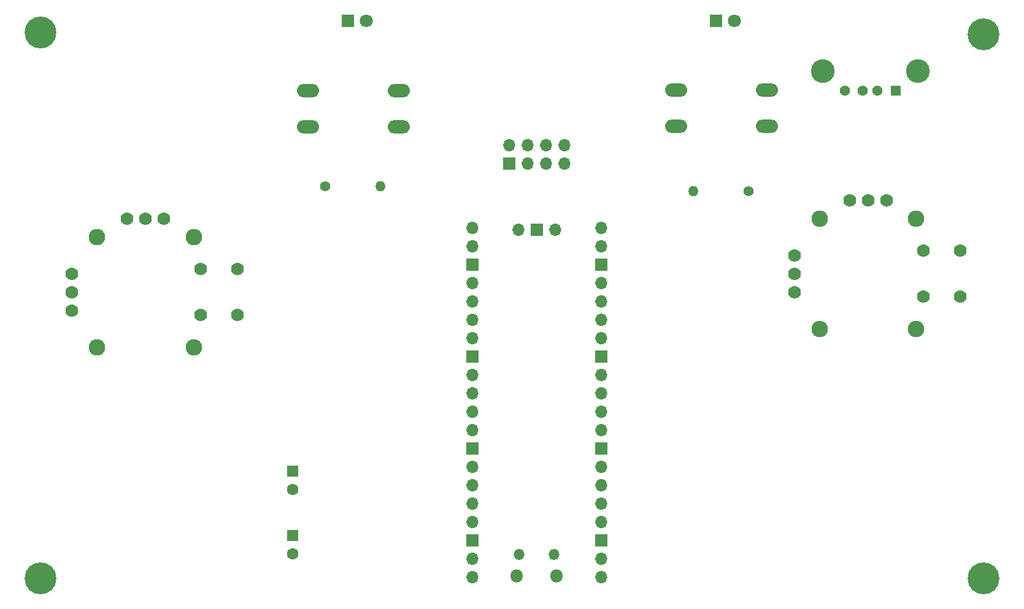
<source format=gbr>
%TF.GenerationSoftware,KiCad,Pcbnew,(5.1.10-1-10_14)*%
%TF.CreationDate,2021-10-16T18:12:32-04:00*%
%TF.ProjectId,Controller_V1,436f6e74-726f-46c6-9c65-725f56312e6b,rev?*%
%TF.SameCoordinates,Original*%
%TF.FileFunction,Soldermask,Bot*%
%TF.FilePolarity,Negative*%
%FSLAX46Y46*%
G04 Gerber Fmt 4.6, Leading zero omitted, Abs format (unit mm)*
G04 Created by KiCad (PCBNEW (5.1.10-1-10_14)) date 2021-10-16 18:12:32*
%MOMM*%
%LPD*%
G01*
G04 APERTURE LIST*
%ADD10C,4.400000*%
%ADD11O,3.048000X1.850000*%
%ADD12O,1.400000X1.400000*%
%ADD13C,1.400000*%
%ADD14C,3.276000*%
%ADD15C,1.428000*%
%ADD16R,1.428000X1.428000*%
%ADD17C,1.800000*%
%ADD18R,1.800000X1.800000*%
%ADD19O,1.700000X1.700000*%
%ADD20R,1.700000X1.700000*%
%ADD21O,1.500000X1.500000*%
%ADD22O,1.800000X1.800000*%
%ADD23C,1.600000*%
%ADD24R,1.600000X1.600000*%
%ADD25C,1.778000*%
%ADD26C,2.286000*%
G04 APERTURE END LIST*
D10*
%TO.C,H4*%
X106197400Y-132867400D03*
%TD*%
%TO.C,e*%
X106146600Y-57480200D03*
%TD*%
%TO.C,He*%
X236321600Y-132918200D03*
%TD*%
%TO.C,He*%
X236321600Y-57708800D03*
%TD*%
D11*
%TO.C,SW2*%
X193875000Y-70405000D03*
X193875000Y-65405000D03*
X206375000Y-70405000D03*
X206375000Y-65405000D03*
%TD*%
%TO.C,SW1*%
X143075000Y-70485000D03*
X143075000Y-65485000D03*
X155575000Y-70485000D03*
X155575000Y-65485000D03*
%TD*%
D12*
%TO.C,R2*%
X196215000Y-79375000D03*
D13*
X203835000Y-79375000D03*
%TD*%
D12*
%TO.C,R1*%
X153035000Y-78740000D03*
D13*
X145415000Y-78740000D03*
%TD*%
D14*
%TO.C,J2*%
X214088400Y-62788800D03*
X227228400Y-62788800D03*
D15*
X217158400Y-65498800D03*
X219658400Y-65498800D03*
X221658400Y-65498800D03*
D16*
X224158400Y-65498800D03*
%TD*%
D17*
%TO.C,D2*%
X201930000Y-55880000D03*
D18*
X199390000Y-55880000D03*
%TD*%
D17*
%TO.C,D1*%
X151130000Y-55880000D03*
D18*
X148590000Y-55880000D03*
%TD*%
D19*
%TO.C,U2*%
X172085000Y-84685000D03*
D20*
X174625000Y-84685000D03*
D19*
X177165000Y-84685000D03*
D21*
X172200000Y-129555000D03*
X177050000Y-129555000D03*
D22*
X171900000Y-132585000D03*
X177350000Y-132585000D03*
D19*
X165735000Y-132715000D03*
X165735000Y-130175000D03*
D20*
X165735000Y-127635000D03*
D19*
X165735000Y-125095000D03*
X165735000Y-122555000D03*
X165735000Y-120015000D03*
X165735000Y-117475000D03*
D20*
X165735000Y-114935000D03*
D19*
X165735000Y-112395000D03*
X165735000Y-109855000D03*
X165735000Y-107315000D03*
X165735000Y-104775000D03*
D20*
X165735000Y-102235000D03*
D19*
X165735000Y-99695000D03*
X165735000Y-97155000D03*
X165735000Y-94615000D03*
X165735000Y-92075000D03*
D20*
X165735000Y-89535000D03*
D19*
X165735000Y-86995000D03*
X165735000Y-84455000D03*
X183515000Y-84455000D03*
X183515000Y-86995000D03*
D20*
X183515000Y-89535000D03*
D19*
X183515000Y-92075000D03*
X183515000Y-94615000D03*
X183515000Y-97155000D03*
X183515000Y-99695000D03*
D20*
X183515000Y-102235000D03*
D19*
X183515000Y-104775000D03*
X183515000Y-107315000D03*
X183515000Y-109855000D03*
X183515000Y-112395000D03*
D20*
X183515000Y-114935000D03*
D19*
X183515000Y-117475000D03*
X183515000Y-120015000D03*
X183515000Y-122555000D03*
X183515000Y-125095000D03*
D20*
X183515000Y-127635000D03*
D19*
X183515000Y-130175000D03*
X183515000Y-132715000D03*
%TD*%
D23*
%TO.C,C2*%
X140970000Y-120610000D03*
D24*
X140970000Y-118110000D03*
%TD*%
D23*
%TO.C,C1*%
X140970000Y-129500000D03*
D24*
X140970000Y-127000000D03*
%TD*%
D25*
%TO.C,U3*%
X217805000Y-80645000D03*
X220345000Y-80645000D03*
X222885000Y-80645000D03*
D26*
X227012500Y-98425000D03*
X213677500Y-98425000D03*
X213677500Y-83185000D03*
X227012500Y-83185000D03*
D25*
X210185000Y-93345000D03*
X210185000Y-90805000D03*
X210185000Y-88265000D03*
X227965000Y-93980000D03*
X227965000Y-87630000D03*
X233045000Y-93980000D03*
X233045000Y-87630000D03*
%TD*%
%TO.C,U1*%
X118110000Y-83185000D03*
X120650000Y-83185000D03*
X123190000Y-83185000D03*
D26*
X127317500Y-100965000D03*
X113982500Y-100965000D03*
X113982500Y-85725000D03*
X127317500Y-85725000D03*
D25*
X110490000Y-95885000D03*
X110490000Y-93345000D03*
X110490000Y-90805000D03*
X128270000Y-96520000D03*
X128270000Y-90170000D03*
X133350000Y-96520000D03*
X133350000Y-90170000D03*
%TD*%
D19*
%TO.C,J1*%
X178435000Y-73025000D03*
X178435000Y-75565000D03*
X175895000Y-73025000D03*
X175895000Y-75565000D03*
X173355000Y-73025000D03*
X173355000Y-75565000D03*
X170815000Y-73025000D03*
D20*
X170815000Y-75565000D03*
%TD*%
M02*

</source>
